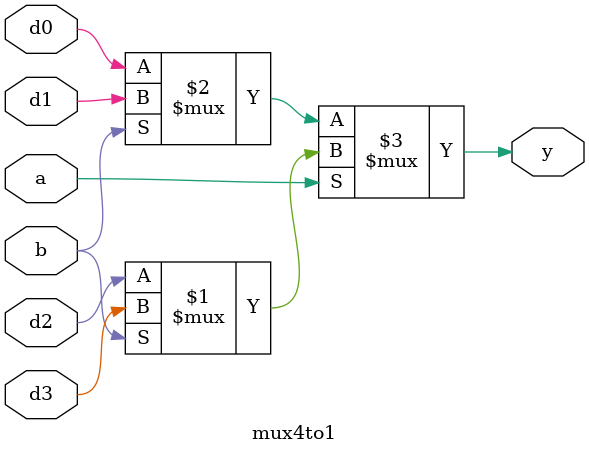
<source format=v>
module mux4to1(a,b,d0,d1,d2,d3,y);
input a,b,d0,d1,d2,d3;
output y;
assign y = a ? ( b ? d3 : d2):(b ? d1 : d0);
endmodule
</source>
